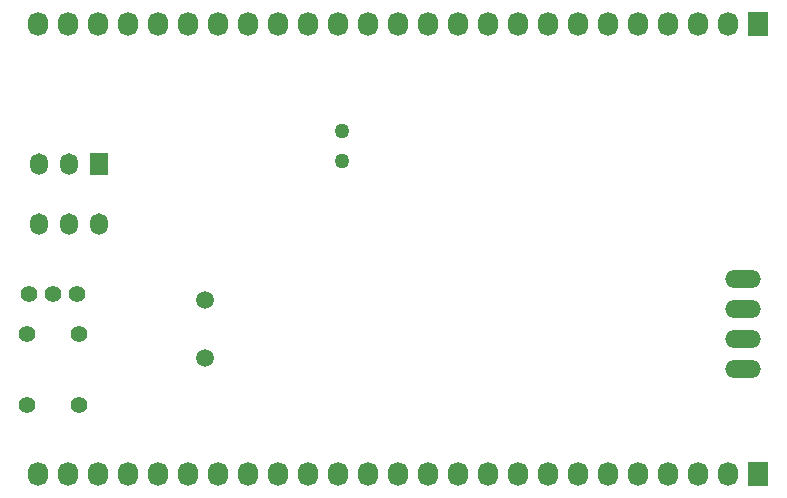
<source format=gbs>
G04 #@! TF.FileFunction,Soldermask,Bot*
%FSLAX46Y46*%
G04 Gerber Fmt 4.6, Leading zero omitted, Abs format (unit mm)*
G04 Created by KiCad (PCBNEW 4.0.7-e2-6376~58~ubuntu14.04.1) date Sat Dec  9 10:48:14 2017*
%MOMM*%
%LPD*%
G01*
G04 APERTURE LIST*
%ADD10C,0.100000*%
%ADD11C,1.501140*%
%ADD12R,1.727200X2.032000*%
%ADD13O,1.727200X2.032000*%
%ADD14C,1.397000*%
%ADD15C,1.270000*%
%ADD16O,3.014980X1.506220*%
%ADD17C,1.400000*%
%ADD18R,1.524000X1.824000*%
%ADD19O,1.524000X1.824000*%
G04 APERTURE END LIST*
D10*
D11*
X131000000Y-99559060D03*
X131000000Y-104440940D03*
D12*
X177800000Y-76200000D03*
D13*
X175260000Y-76200000D03*
X172720000Y-76200000D03*
X170180000Y-76200000D03*
X167640000Y-76200000D03*
X165100000Y-76200000D03*
X162560000Y-76200000D03*
X160020000Y-76200000D03*
X157480000Y-76200000D03*
X154940000Y-76200000D03*
X152400000Y-76200000D03*
X149860000Y-76200000D03*
X147320000Y-76200000D03*
X144780000Y-76200000D03*
X142240000Y-76200000D03*
X139700000Y-76200000D03*
X137160000Y-76200000D03*
X134620000Y-76200000D03*
X132080000Y-76200000D03*
X129540000Y-76200000D03*
X127000000Y-76200000D03*
X124460000Y-76200000D03*
X121920000Y-76200000D03*
X119380000Y-76200000D03*
X116840000Y-76200000D03*
D12*
X177800000Y-114300000D03*
D13*
X175260000Y-114300000D03*
X172720000Y-114300000D03*
X170180000Y-114300000D03*
X167640000Y-114300000D03*
X165100000Y-114300000D03*
X162560000Y-114300000D03*
X160020000Y-114300000D03*
X157480000Y-114300000D03*
X154940000Y-114300000D03*
X152400000Y-114300000D03*
X149860000Y-114300000D03*
X147320000Y-114300000D03*
X144780000Y-114300000D03*
X142240000Y-114300000D03*
X139700000Y-114300000D03*
X137160000Y-114300000D03*
X134620000Y-114300000D03*
X132080000Y-114300000D03*
X129540000Y-114300000D03*
X127000000Y-114300000D03*
X124460000Y-114300000D03*
X121920000Y-114300000D03*
X119380000Y-114300000D03*
X116840000Y-114300000D03*
D14*
X115910000Y-102410000D03*
X120310000Y-102410000D03*
X115910000Y-108410000D03*
X120310000Y-108410000D03*
D15*
X142600000Y-87770000D03*
X142600000Y-85230000D03*
D16*
X176530000Y-97790000D03*
X176530000Y-105410000D03*
X176530000Y-102870000D03*
X176530000Y-100330000D03*
D17*
X120110000Y-99060000D03*
X118110000Y-99060000D03*
X116110000Y-99060000D03*
D18*
X122000000Y-88000000D03*
D19*
X122000000Y-93080000D03*
X119460000Y-88000000D03*
X119460000Y-93080000D03*
X116920000Y-88000000D03*
X116920000Y-93080000D03*
M02*

</source>
